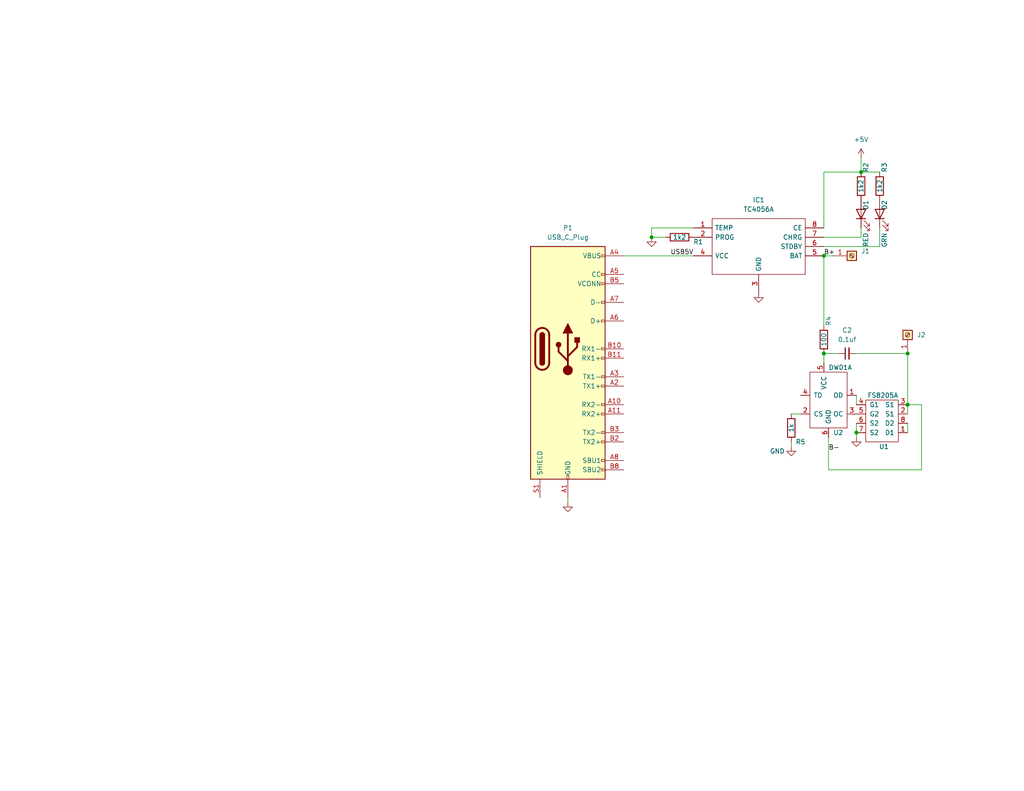
<source format=kicad_sch>
(kicad_sch (version 20230121) (generator eeschema)
  (paper "A")
  (title_block (title "USB LION charger") (date "2024-01-15") (rev "0.1"))
  (lib_symbols
    (symbol "Connector:Screw_Terminal_01x01" (pin_names (offset 1.016) hide)
      (property "Reference" "J" (at 0 2.54 0))
      (property "Value" "Screw_Terminal_01x01" (at 0 -2.54 0))
      (symbol "Screw_Terminal_01x01_1_1"
        (rectangle (start -1.27 1.27) (end 1.27 -1.27) (stroke (width 0.254)) (fill (type background)))
        (polyline (pts (xy -0.5334 0.3302) (xy 0.3302 -0.508)) (stroke (width 0.1524)))
        (polyline (pts (xy -0.3556 0.508) (xy 0.508 -0.3302)) (stroke (width 0.1524)))
        (circle (center 0 0) (radius 0.635) (stroke (width 0.1524)))
        (pin passive line (at -5.08 0 0) (length 3.81) (name "Pin_1") (number "1"))
      )
    )
    (symbol "Connector:USB_C_Plug" (pin_names (offset 1.016))
      (property "Reference" "P" (at -10.16 29.21 0))
      (property "Value" "USB_C_Plug" (at 10.16 29.21 0))
      (symbol "USB_C_Plug_0_0"
        (rectangle (start -0.254 -35.56) (end 0.254 -34.544))
        (rectangle (start 10.16 -32.766) (end 9.144 -33.274))
        (rectangle (start 10.16 -30.226) (end 9.144 -30.734))
        (rectangle (start 10.16 -25.146) (end 9.144 -25.654))
        (rectangle (start 10.16 -22.606) (end 9.144 -23.114))
        (rectangle (start 10.16 -17.526) (end 9.144 -18.034))
        (rectangle (start 10.16 -14.986) (end 9.144 -15.494))
        (rectangle (start 10.16 -9.906) (end 9.144 -10.414))
        (rectangle (start 10.16 -7.366) (end 9.144 -7.874))
        (rectangle (start 10.16 -2.286) (end 9.144 -2.794))
        (rectangle (start 10.16 0.254) (end 9.144 -0.254))
        (rectangle (start 10.16 7.874) (end 9.144 7.366))
        (rectangle (start 10.16 12.954) (end 9.144 12.446))
        (rectangle (start 10.16 18.034) (end 9.144 17.526))
        (rectangle (start 10.16 20.574) (end 9.144 20.066))
        (rectangle (start 10.16 25.654) (end 9.144 25.146))
      )
      (symbol "USB_C_Plug_0_1"
        (rectangle (start -10.16 27.94) (end 10.16 -35.56) (stroke (width 0.254)) (fill (type background)))
        (arc (start -8.89 -3.81) (mid -6.985 -5.7067) (end -5.08 -3.81) (stroke (width 0.508)))
        (arc (start -7.62 -3.81) (mid -6.985 -4.4423) (end -6.35 -3.81) (stroke (width 0.254)))
        (arc (start -7.62 -3.81) (mid -6.985 -4.4423) (end -6.35 -3.81) (stroke (width 0.254)) (fill (type outline)))
        (rectangle (start -7.62 -3.81) (end -6.35 3.81) (stroke (width 0.254)) (fill (type outline)))
        (arc (start -6.35 3.81) (mid -6.985 4.4423) (end -7.62 3.81) (stroke (width 0.254)))
        (arc (start -6.35 3.81) (mid -6.985 4.4423) (end -7.62 3.81) (stroke (width 0.254)) (fill (type outline)))
        (arc (start -5.08 3.81) (mid -6.985 5.7067) (end -8.89 3.81) (stroke (width 0.508)))
        (polyline (pts (xy -8.89 -3.81) (xy -8.89 3.81)) (stroke (width 0.508)))
        (polyline (pts (xy -5.08 3.81) (xy -5.08 -3.81)) (stroke (width 0.508)))
      )
      (symbol "USB_C_Plug_1_1"
        (circle (center -2.54 1.143) (radius 0.635) (stroke (width 0.254)) (fill (type outline)))
        (circle (center 0 -5.842) (radius 1.27) (fill (type outline)))
        (polyline (pts (xy 0 -5.842) (xy 0 4.318)) (stroke (width 0.508)))
        (polyline (pts (xy 0 -3.302) (xy -2.54 -0.762) (xy -2.54 0.508)) (stroke (width 0.508)))
        (polyline (pts (xy 0 -2.032) (xy 2.54 0.508) (xy 2.54 1.778)) (stroke (width 0.508)))
        (polyline (pts (xy -1.27 4.318) (xy 0 6.858) (xy 1.27 4.318) (xy -1.27 4.318)) (stroke (width 0.254)) (fill (type outline)))
        (rectangle (start 1.905 1.778) (end 3.175 3.048) (stroke (width 0.254)) (fill (type outline)))
        (pin passive line (at 0 -40.64 90) (length 5.08) (name "GND") (number "A1"))
        (pin bidirectional line (at 15.24 -15.24 180) (length 5.08) (name "RX2-") (number "A10"))
        (pin bidirectional line (at 15.24 -17.78 180) (length 5.08) (name "RX2+") (number "A11"))
        (pin passive line (at 0 -40.64 90) (length 5.08) hide (name "GND") (number "A12"))
        (pin bidirectional line (at 15.24 -10.16 180) (length 5.08) (name "TX1+") (number "A2"))
        (pin bidirectional line (at 15.24 -7.62 180) (length 5.08) (name "TX1-") (number "A3"))
        (pin passive line (at 15.24 25.4 180) (length 5.08) (name "VBUS") (number "A4"))
        (pin bidirectional line (at 15.24 20.32 180) (length 5.08) (name "CC") (number "A5"))
        (pin bidirectional line (at 15.24 7.62 180) (length 5.08) (name "D+") (number "A6"))
        (pin bidirectional line (at 15.24 12.7 180) (length 5.08) (name "D-") (number "A7"))
        (pin bidirectional line (at 15.24 -30.48 180) (length 5.08) (name "SBU1") (number "A8"))
        (pin passive line (at 15.24 25.4 180) (length 5.08) hide (name "VBUS") (number "A9"))
        (pin passive line (at 0 -40.64 90) (length 5.08) hide (name "GND") (number "B1"))
        (pin bidirectional line (at 15.24 0 180) (length 5.08) (name "RX1-") (number "B10"))
        (pin bidirectional line (at 15.24 -2.54 180) (length 5.08) (name "RX1+") (number "B11"))
        (pin passive line (at 0 -40.64 90) (length 5.08) hide (name "GND") (number "B12"))
        (pin bidirectional line (at 15.24 -25.4 180) (length 5.08) (name "TX2+") (number "B2"))
        (pin bidirectional line (at 15.24 -22.86 180) (length 5.08) (name "TX2-") (number "B3"))
        (pin passive line (at 15.24 25.4 180) (length 5.08) hide (name "VBUS") (number "B4"))
        (pin bidirectional line (at 15.24 17.78 180) (length 5.08) (name "VCONN") (number "B5"))
        (pin bidirectional line (at 15.24 -33.02 180) (length 5.08) (name "SBU2") (number "B8"))
        (pin passive line (at 15.24 25.4 180) (length 5.08) hide (name "VBUS") (number "B9"))
        (pin passive line (at -7.62 -40.64 90) (length 5.08) (name "SHIELD") (number "S1"))
      )
    )
    (symbol "Device:C_Small" (pin_numbers hide) (pin_names (offset 0.254) hide)
      (property "Reference" "C" (at 0.254 1.778 0))
      (property "Value" "C_Small" (at 0.254 -2.032 0))
      (symbol "C_Small_0_1"
        (polyline (pts (xy -1.524 -0.508) (xy 1.524 -0.508)) (stroke (width 0.3302)))
        (polyline (pts (xy -1.524 0.508) (xy 1.524 0.508)) (stroke (width 0.3048)))
      )
      (symbol "C_Small_1_1"
        (pin passive line (at 0 2.54 270) (length 2.032) (name "~") (number "1"))
        (pin passive line (at 0 -2.54 90) (length 2.032) (name "~") (number "2"))
      )
    )
    (symbol "Device:LED" (pin_numbers hide) (pin_names (offset 1.016) hide)
      (property "Reference" "D" (at 0 2.54 0))
      (property "Value" "LED" (at 0 -2.54 0))
      (symbol "LED_0_1"
        (polyline (pts (xy -1.27 -1.27) (xy -1.27 1.27)) (stroke (width 0.254)))
        (polyline (pts (xy -1.27 0) (xy 1.27 0)))
        (polyline (pts (xy 1.27 -1.27) (xy 1.27 1.27) (xy -1.27 0) (xy 1.27 -1.27)) (stroke (width 0.254)))
        (polyline (pts (xy -3.048 -0.762) (xy -4.572 -2.286) (xy -3.81 -2.286) (xy -4.572 -2.286) (xy -4.572 -1.524)))
        (polyline (pts (xy -1.778 -0.762) (xy -3.302 -2.286) (xy -2.54 -2.286) (xy -3.302 -2.286) (xy -3.302 -1.524)))
      )
      (symbol "LED_1_1"
        (pin passive line (at -3.81 0 0) (length 2.54) (name "K") (number "1"))
        (pin passive line (at 3.81 0 180) (length 2.54) (name "A") (number "2"))
      )
    )
    (symbol "Device:R" (pin_numbers hide) (pin_names (offset 0))
      (property "Reference" "R" (at 2.032 0 90))
      (property "Value" "R" (at 0 0 90))
      (symbol "R_0_1"
        (rectangle (start -1.016 -2.54) (end 1.016 2.54) (stroke (width 0.254)))
      )
      (symbol "R_1_1"
        (pin passive line (at 0 3.81 270) (length 1.27) (name "~") (number "1"))
        (pin passive line (at 0 -3.81 90) (length 1.27) (name "~") (number "2"))
      )
    )
    (symbol "TC4056A:TC4056A" (pin_names (offset 0.762))
      (property "Reference" "IC" (at 31.75 7.62 0))
      (property "Value" "TC4056A" (at 31.75 5.08 0))
      (symbol "TC4056A_0_0"
        (pin passive line (at 0 0 0) (length 5.08) (name "TEMP") (number "1"))
        (pin passive line (at 0 -2.54 0) (length 5.08) (name "PROG") (number "2"))
        (pin passive line (at 17.78 -17.78 90) (length 5.08) (name "GND") (number "3"))
        (pin passive line (at 0 -7.62 0) (length 5.08) (name "VCC") (number "4"))
        (pin passive line (at 35.56 -7.62 180) (length 5.08) (name "BAT") (number "5"))
        (pin passive line (at 35.56 -5.08 180) (length 5.08) (name "STDBY") (number "6"))
        (pin passive line (at 35.56 -2.54 180) (length 5.08) (name "CHRG") (number "7"))
        (pin passive line (at 35.56 0 180) (length 5.08) (name "CE") (number "8"))
      )
      (symbol "TC4056A_0_1"
        (polyline (pts (xy 5.08 2.54) (xy 30.48 2.54) (xy 30.48 -12.7) (xy 5.08 -12.7) (xy 5.08 2.54)) (stroke (width 0.1524)))
      )
    )
    (symbol "dw01a:DW01A" (pin_names (offset 1.016))
      (property "Reference" "U" (at 6.35 -7.62 0))
      (property "Value" "DW01A" (at 6.35 10.16 0))
      (symbol "DW01A_0_1"
        (rectangle (start 7.62 -6.35) (end -2.54 8.89))
      )
      (symbol "DW01A_1_1"
        (pin output line (at 10.16 2.54 180) (length 2.54) (name "OD") (number "1"))
        (pin input line (at -5.08 -2.54 0) (length 2.54) (name "CS") (number "2"))
        (pin output line (at 10.16 -2.54 180) (length 2.54) (name "OC") (number "3"))
        (pin bidirectional line (at -5.08 2.54 0) (length 2.54) (name "TD") (number "4"))
        (pin power_in line (at 1.27 11.43 270) (length 2.54) (name "VCC") (number "5"))
        (pin power_in line (at 2.54 -8.89 90) (length 2.54) (name "GND") (number "6"))
      )
    )
    (symbol "fs8205a:FS8205A" (pin_names (offset 1.016))
      (property "Reference" "U" (at -2.54 -5.08 0))
      (property "Value" "FS8205A" (at 0 8.89 0))
      (symbol "FS8205A_0_1"
        (rectangle (start 5.08 -3.81) (end -3.81 7.62))
      )
      (symbol "FS8205A_1_1"
        (pin input line (at -6.35 5.08 0) (length 2.54) (name "D1") (number "1"))
        (pin input line (at -6.35 0 0) (length 2.54) (name "S1") (number "2"))
        (pin input line (at -6.35 -2.54 0) (length 2.54) (name "S1") (number "3"))
        (pin input line (at 7.62 -2.54 180) (length 2.54) (name "G1") (number "4"))
        (pin input line (at 7.62 0 180) (length 2.54) (name "G2") (number "5"))
        (pin input line (at 7.62 2.54 180) (length 2.54) (name "S2") (number "6"))
        (pin input line (at 7.62 5.08 180) (length 2.54) (name "S2") (number "7"))
        (pin input line (at -6.35 2.54 0) (length 2.54) (name "D2") (number "8"))
      )
    )
    (symbol "power:+5V" (power) (pin_names (offset 0))
      (property "Value" "+5V" (at 0 3.556 0))
      (symbol "+5V_0_1"
        (polyline (pts (xy -0.762 1.27) (xy 0 2.54)))
        (polyline (pts (xy 0 0) (xy 0 2.54)))
        (polyline (pts (xy 0 2.54) (xy 0.762 1.27)))
      )
      (symbol "+5V_1_1"
        (pin power_in line (at 0 0 90) (length 0) hide (name "+5V") (number "1"))
      )
    )
    (symbol "power:GND" (power) (pin_names (offset 0))
      (property "Value" "GND" (at 0 -3.81 0))
      (symbol "GND_0_1"
        (polyline (pts (xy 0 0) (xy 0 -1.27) (xy 1.27 -1.27) (xy 0 -2.54) (xy -1.27 -1.27) (xy 0 -1.27)))
      )
      (symbol "GND_1_1"
        (pin power_in line (at 0 0 270) (length 0) hide (name "GND") (number "1"))
      )
    )
  )
  (junction (at 177.8 64.77))
  (junction (at 247.65 96.52))
  (junction (at 224.79 96.52))
  (junction (at 247.65 110.49))
  (junction (at 224.79 69.85))
  (junction (at 233.68 118.11))
  (junction (at 234.95 46.99))
  (wire (pts (xy 224.79 96.52) (xy 224.79 99.06)))
  (wire (pts (xy 226.06 119.38) (xy 226.06 128.27)))
  (wire (pts (xy 226.06 128.27) (xy 251.46 128.27)))
  (wire (pts (xy 251.46 128.27) (xy 251.46 110.49)))
  (wire (pts (xy 224.79 64.77) (xy 234.95 64.77)))
  (wire (pts (xy 224.79 69.85) (xy 224.79 88.9)))
  (wire (pts (xy 154.94 135.89) (xy 154.94 137.16)))
  (wire (pts (xy 247.65 96.52) (xy 247.65 110.49)))
  (wire (pts (xy 233.68 115.57) (xy 233.68 118.11)))
  (wire (pts (xy 247.65 110.49) (xy 247.65 113.03)))
  (wire (pts (xy 181.61 64.77) (xy 177.8 64.77)))
  (wire (pts (xy 215.9 120.65) (xy 215.9 121.92)))
  (wire (pts (xy 215.9 113.03) (xy 218.44 113.03)))
  (wire (pts (xy 170.18 69.85) (xy 189.23 69.85)))
  (wire (pts (xy 251.46 110.49) (xy 247.65 110.49)))
  (wire (pts (xy 177.8 62.23) (xy 189.23 62.23)))
  (wire (pts (xy 234.95 46.99) (xy 240.03 46.99)))
  (wire (pts (xy 224.79 46.99) (xy 234.95 46.99)))
  (wire (pts (xy 224.79 96.52) (xy 228.6 96.52)))
  (wire (pts (xy 224.79 69.85) (xy 227.33 69.85)))
  (wire (pts (xy 224.79 67.31) (xy 240.03 67.31)))
  (wire (pts (xy 233.68 118.11) (xy 233.68 119.38)))
  (wire (pts (xy 224.79 62.23) (xy 224.79 46.99)))
  (wire (pts (xy 247.65 115.57) (xy 247.65 118.11)))
  (wire (pts (xy 240.03 67.31) (xy 240.03 62.23)))
  (wire (pts (xy 233.68 107.95) (xy 233.68 110.49)))
  (wire (pts (xy 234.95 64.77) (xy 234.95 62.23)))
  (wire (pts (xy 234.95 43.18) (xy 234.95 46.99)))
  (wire (pts (xy 233.68 96.52) (xy 247.65 96.52)))
  (wire (pts (xy 177.8 64.77) (xy 177.8 62.23)))
  (label "USB5V" (at 189.23 69.85 180))
  (label "B-" (at 226.06 123.19 0))
  (label "B+" (at 224.79 69.85 0))
  (symbol (lib_id "Device:R") (at 215.9 116.84 180) (unit 1)
    (property "Reference" "R5" (at 218.44 120.65 0))
    (property "Value" "1k" (at 215.9 116.84 90))
    (property "Footprint" "Resistor_SMD:R_0201_0603Metric" (effects hide))
  )
  (symbol (lib_id "Connector:Screw_Terminal_01x01") (at 232.41 69.85 0) (unit 1)
    (property "Reference" "J1" (at 234.95 68.58 0) (effects (justify left)))
    (property "Value" "Screw_Terminal_01x01" (effects hide))
  )
  (symbol (lib_id "power:GND") (at 177.8 64.77 0) (unit 1)
    (property "Reference" "#PWR01" (effects hide))
    (property "Value" "GND" (effects hide))
  )
  (symbol (lib_id "Device:LED") (at 234.95 58.42 90) (unit 1)
    (property "Reference" "D1" (at 236.22 54.61 0) (effects (justify right)))
    (property "Value" "RED" (at 236.22 63.5 0) (effects (justify right)))
    (property "Footprint" "LED_SMD:LED_0805_2012Metric" (effects hide))
  )
  (symbol (lib_id "Device:R") (at 234.95 50.8 180) (unit 1)
    (property "Reference" "R2" (at 236.22 45.72 90))
    (property "Value" "1k2" (at 234.95 50.8 90))
    (property "Footprint" "Resistor_SMD:R_0201_0603Metric" (effects hide))
  )
  (symbol (lib_id "power:GND") (at 154.94 137.16 0) (unit 1)
    (property "Reference" "#PWR06" (effects hide))
    (property "Value" "GND" (effects hide))
  )
  (symbol (lib_id "Device:C_Small") (at 231.14 96.52 90) (unit 1)
    (property "Reference" "C2" (at 231.1463 90.17 90))
    (property "Value" "0.1uf" (at 231.1463 92.71 90))
    (property "Footprint" "Capacitor_SMD:C_0201_0603Metric" (effects hide))
  )
  (symbol (lib_id "Device:R") (at 185.42 64.77 90) (unit 1)
    (property "Reference" "R1" (at 190.5 66.04 90))
    (property "Value" "1k2" (at 185.42 64.77 90))
    (property "Footprint" "Resistor_SMD:R_0201_0603Metric" (effects hide))
  )
  (symbol (lib_id "Device:LED") (at 240.03 58.42 90) (unit 1)
    (property "Reference" "D2" (at 241.3 54.61 0) (effects (justify right)))
    (property "Value" "GRN" (at 241.3 63.5 0) (effects (justify right)))
    (property "Footprint" "LED_SMD:LED_0805_2012Metric" (effects hide))
  )
  (symbol (lib_id "dw01a:DW01A") (at 223.52 110.49 0) (unit 1)
    (property "Reference" "U2" (at 227.33 118.11 0) (effects (justify left)))
    (property "Value" "DW01A" (at 226.06 100.33 0) (effects (justify left)))
    (property "Footprint" "Package_TO_SOT_SMD:SOT-23-6" (effects hide))
  )
  (symbol (lib_id "power:GND") (at 207.01 80.01 0) (unit 1)
    (property "Reference" "#PWR02" (effects hide))
    (property "Value" "GND" (effects hide))
  )
  (symbol (lib_id "fs8205a:FS8205A") (at 241.3 113.03 180) (unit 1)
    (property "Reference" "U1" (at 242.57 121.92 0) (effects (justify left)))
    (property "Value" "FS8205A" (at 245.11 107.95 0) (effects (justify left)))
    (property "Footprint" "Package_SO:TSSOP-8_4.4x3mm_P0.65mm" (effects hide))
  )
  (symbol (lib_id "power:+5V") (at 234.95 43.18 0) (unit 1)
    (property "Reference" "#PWR03" (effects hide))
    (property "Value" "+5V" (at 234.95 38.1 0))
  )
  (symbol (lib_id "power:GND") (at 233.68 119.38 0) (unit 1)
    (property "Reference" "#PWR05" (effects hide))
    (property "Value" "GND" (effects hide))
  )
  (symbol (lib_id "Device:R") (at 240.03 50.8 180) (unit 1)
    (property "Reference" "R3" (at 241.3 45.72 90))
    (property "Value" "1k2" (at 240.03 50.8 90))
    (property "Footprint" "Resistor_SMD:R_0201_0603Metric" (effects hide))
  )
  (symbol (lib_id "Connector:USB_C_Plug") (at 154.94 95.25 0) (unit 1)
    (property "Reference" "P1" (at 154.94 62.23 0))
    (property "Value" "USB_C_Plug" (at 154.94 64.77 0))
    (property "Datasheet" "https://www.usb.org/sites/default/files/documents/usb_type-c.zip" (effects hide))
  )
  (symbol (lib_id "Device:R") (at 224.79 92.71 180) (unit 1)
    (property "Reference" "R4" (at 226.06 87.63 90))
    (property "Value" "100" (at 224.79 92.71 90))
    (property "Footprint" "Resistor_SMD:R_0201_0603Metric" (effects hide))
  )
  (symbol (lib_id "Connector:Screw_Terminal_01x01") (at 247.65 91.44 90) (unit 1)
    (property "Reference" "J2" (at 250.19 91.44 90) (effects (justify right)))
    (property "Value" "Screw_Terminal_01x01" (effects hide))
  )
  (symbol (lib_id "TC4056A:TC4056A") (at 189.23 62.23 0) (unit 1)
    (property "Reference" "IC1" (at 207.01 54.61 0))
    (property "Value" "TC4056A" (at 207.01 57.15 0))
    (property "Footprint" "SOIC127P600X175-9N" (effects hide))
    (property "Datasheet" "https://datasheetspdf.com/parts/TC4056A.pdf?id=1309136" (effects hide))
    (property "Description" "1A Linear lithium ion battery charger" (effects hide))
    (property "Height" "1.75" (effects hide))
    (property "Manufacturer_Name" "Shenzhen Fuman Elec" (effects hide))
    (property "Manufacturer_Part_Number" "TC4056A" (effects hide))
  )
  (symbol (lib_id "power:GND") (at 215.9 121.92 0) (unit 1)
    (property "Reference" "#PWR04" (effects hide))
    (property "Value" "GND" (at 212.09 123.19 0))
  )
)
</source>
